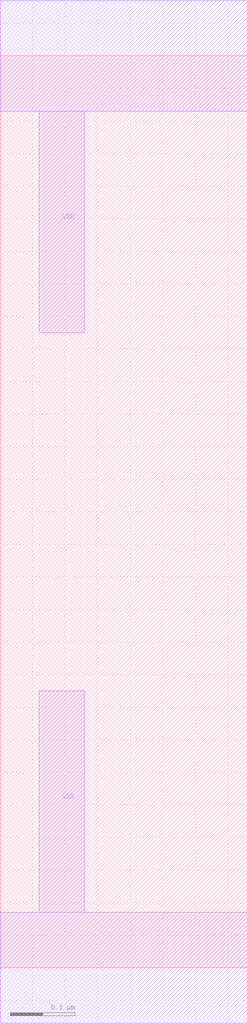
<source format=lef>
VERSION 5.6 ;
BUSBITCHARS "[]" ;
DIVIDERCHAR "/" ;

MACRO TAPCELL_X2
  CLASS CORE WELLTAP ;
  ORIGIN 0 0 ;
  FOREIGN TAPCELL_X2 0 0 ;
  SIZE 0.38 BY 1.4 ;
  SYMMETRY X Y ;
  SITE FreePDK45_38x28_10R_NP_162NW_34O ;
  PIN VDD
    DIRECTION INOUT ;
    USE POWER ;
    SHAPE ABUTMENT ;
    PORT
      LAYER metal1 ;
        RECT 0 1.315 0.38 1.485 ;
        RECT 0.06 0.975 0.13 1.315 ;
    END
  END VDD
  PIN VSS
    DIRECTION INOUT ;
    USE GROUND ;
    SHAPE ABUTMENT ;
    PORT
      LAYER metal1 ;
        RECT 0 -0.085 0.38 0.085 ;
        RECT 0.06 0.085 0.13 0.425 ;
    END
  END VSS
END TAPCELL_X2

END LIBRARY
#
# End of file
#

</source>
